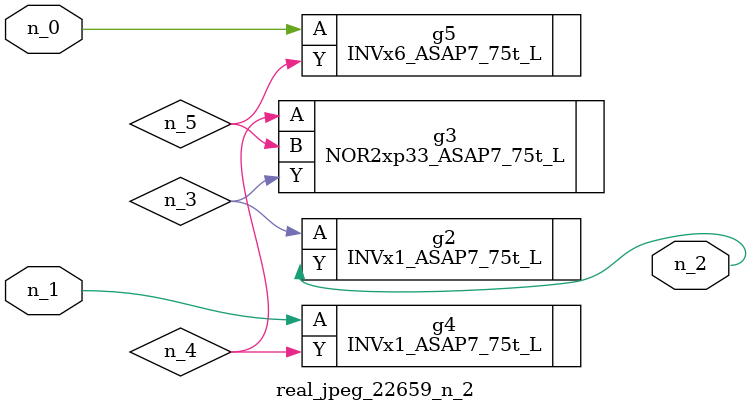
<source format=v>
module real_jpeg_22659_n_2 (n_1, n_0, n_2);

input n_1;
input n_0;

output n_2;

wire n_5;
wire n_4;
wire n_3;

INVx6_ASAP7_75t_L g5 ( 
.A(n_0),
.Y(n_5)
);

INVx1_ASAP7_75t_L g4 ( 
.A(n_1),
.Y(n_4)
);

INVx1_ASAP7_75t_L g2 ( 
.A(n_3),
.Y(n_2)
);

NOR2xp33_ASAP7_75t_L g3 ( 
.A(n_4),
.B(n_5),
.Y(n_3)
);


endmodule
</source>
